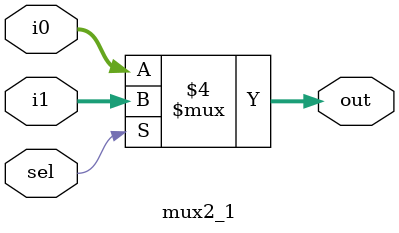
<source format=v>


`timescale 1ns/10ps

module mux2_1 (
    sel,
    out,
    i0,
    i1
);


input sel;
output [31:0] out;
reg [31:0] out;
input [31:0] i0;
input [31:0] i1;




always @(i1, sel, i0) begin: MUX2_1_MUX
    if ((sel == 0)) begin
        out = i0;
    end
    else begin
        out = i1;
    end
end

endmodule

</source>
